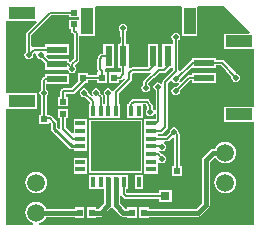
<source format=gbl>
%FSAX24Y24*%
%MOIN*%
G70*
G01*
G75*
G04 Layer_Physical_Order=2*
G04 Layer_Color=16711680*
%ADD10R,0.0866X0.0394*%
%ADD11R,0.0669X0.0236*%
%ADD12R,0.0236X0.0197*%
%ADD13R,0.0630X0.0551*%
%ADD14R,0.0169X0.0433*%
%ADD15R,0.0197X0.0217*%
%ADD16R,0.0354X0.0472*%
%ADD17R,0.0787X0.0236*%
%ADD18C,0.0080*%
%ADD19C,0.0400*%
%ADD20C,0.0160*%
%ADD21C,0.0598*%
%ADD22C,0.0181*%
%ADD23R,0.0236X0.0669*%
%ADD24R,0.0394X0.0866*%
%ADD25R,0.0217X0.0197*%
%ADD26R,0.0197X0.0236*%
%ADD27R,0.0315X0.0295*%
%ADD28R,0.1654X0.1654*%
%ADD29R,0.0335X0.0157*%
%ADD30R,0.0157X0.0335*%
%ADD31C,0.0100*%
G36*
X012181Y017010D02*
X012535D01*
Y016933D01*
X012181D01*
Y016616D01*
X012266D01*
Y016568D01*
X012273Y016533D01*
X012293Y016503D01*
X012357Y016439D01*
Y015638D01*
X012244Y015525D01*
X012205Y015537D01*
X012195Y015545D01*
Y015620D01*
X011511D01*
X011425Y015706D01*
X011446Y015756D01*
X012195D01*
Y016112D01*
X011405D01*
Y016027D01*
X011034D01*
X010999Y016020D01*
X010993Y016016D01*
X010943Y016043D01*
Y016412D01*
X011606Y017075D01*
X012181D01*
Y017010D01*
D02*
G37*
G36*
X018229Y016516D02*
X018210Y016469D01*
X017368D01*
Y015956D01*
X018354D01*
X018377Y015915D01*
Y014069D01*
X018354Y014029D01*
X018327Y014029D01*
X017368D01*
Y013515D01*
X018327D01*
X018354Y013515D01*
X018377Y013474D01*
D01*
Y010103D01*
X011205D01*
X011194Y010150D01*
X011281Y010186D01*
X011356Y010244D01*
X011414Y010319D01*
X011433Y010366D01*
X012395D01*
Y010322D01*
X012712D01*
Y010678D01*
X012395D01*
Y010634D01*
X011433D01*
X011414Y010681D01*
X011356Y010756D01*
X011281Y010814D01*
X011194Y010850D01*
X011100Y010862D01*
X011006Y010850D01*
X010919Y010814D01*
X010844Y010756D01*
X010786Y010681D01*
X010750Y010594D01*
X010738Y010500D01*
X010750Y010406D01*
X010786Y010319D01*
X010844Y010244D01*
X010919Y010186D01*
X011006Y010150D01*
X010995Y010103D01*
X010103D01*
Y013947D01*
X010146Y013965D01*
X010153Y013965D01*
X011132D01*
Y014478D01*
X010153D01*
X010146Y014479D01*
X010103Y014497D01*
Y016880D01*
X010146Y016898D01*
X010146Y016898D01*
Y016898D01*
X010146Y016898D01*
X011096D01*
X011117Y016848D01*
X010784Y016516D01*
X010764Y016486D01*
X010757Y016450D01*
Y015858D01*
X010748Y015852D01*
X010717Y015805D01*
X010706Y015750D01*
X010717Y015695D01*
X010748Y015648D01*
X010795Y015617D01*
X010850Y015606D01*
X010905Y015617D01*
X010952Y015648D01*
X010983Y015695D01*
X010994Y015750D01*
X010992Y015761D01*
X011044Y015813D01*
X011070Y015809D01*
X011107Y015757D01*
X011106Y015750D01*
X011117Y015695D01*
X011148Y015648D01*
X011195Y015617D01*
X011250Y015606D01*
X011261Y015608D01*
X011405Y015463D01*
Y015264D01*
X012163D01*
X012167Y015245D01*
X012198Y015198D01*
X012245Y015167D01*
X012300Y015156D01*
X012355Y015167D01*
X012402Y015198D01*
X012433Y015245D01*
X012444Y015300D01*
X012433Y015355D01*
X012402Y015402D01*
X012427Y015446D01*
X012516Y015534D01*
X012526Y015549D01*
X012536Y015564D01*
X012543Y015600D01*
Y016378D01*
X013048D01*
Y017347D01*
X013049Y017364D01*
X013085Y017397D01*
X013085Y017397D01*
X015923D01*
X015960Y017364D01*
X015960Y017347D01*
Y016378D01*
X016474D01*
Y017347D01*
X016474Y017364D01*
X016510Y017397D01*
X016510Y017397D01*
X017347D01*
X018229Y016516D01*
D02*
G37*
%LPC*%
G36*
X014664Y011755D02*
X014387D01*
Y011300D01*
X014664D01*
Y011755D01*
D02*
G37*
G36*
X012804Y012336D02*
X012349D01*
Y012058D01*
Y011802D01*
X012804D01*
Y012058D01*
Y012336D01*
D02*
G37*
G36*
X017400Y011862D02*
X017306Y011850D01*
X017219Y011814D01*
X017144Y011756D01*
X017086Y011681D01*
X017050Y011594D01*
X017038Y011500D01*
X017050Y011406D01*
X017086Y011319D01*
X017144Y011244D01*
X017219Y011186D01*
X017306Y011150D01*
X017400Y011138D01*
X017494Y011150D01*
X017581Y011186D01*
X017656Y011244D01*
X017714Y011319D01*
X017750Y011406D01*
X017762Y011500D01*
X017750Y011594D01*
X017714Y011681D01*
X017656Y011756D01*
X017581Y011814D01*
X017494Y011850D01*
X017400Y011862D01*
D02*
G37*
G36*
X014152Y011755D02*
X012851D01*
Y011300D01*
X013366D01*
Y010805D01*
X013195Y010634D01*
X013105D01*
Y010678D01*
X012788D01*
Y010322D01*
X013105D01*
Y010366D01*
X013250D01*
X013293Y010375D01*
X013301Y010377D01*
X013344Y010406D01*
X013594Y010656D01*
X013595Y010656D01*
X013655Y010656D01*
X013656Y010656D01*
X013906Y010406D01*
X013935Y010386D01*
X013949Y010377D01*
X014000Y010366D01*
X014145D01*
Y010322D01*
X014462D01*
Y010678D01*
X014145D01*
Y010634D01*
X014055D01*
X013884Y010805D01*
Y011067D01*
X013894Y011071D01*
X013934Y011076D01*
X013948Y011054D01*
X014018Y010984D01*
X014048Y010964D01*
X014083Y010957D01*
X015187D01*
Y010842D01*
X015622D01*
Y011258D01*
X015187D01*
Y011143D01*
X014122D01*
X014106Y011158D01*
Y011300D01*
X014152D01*
Y011755D01*
D02*
G37*
G36*
X011100Y011862D02*
X011006Y011850D01*
X010919Y011814D01*
X010844Y011756D01*
X010786Y011681D01*
X010750Y011594D01*
X010738Y011500D01*
X010750Y011406D01*
X010786Y011319D01*
X010844Y011244D01*
X010919Y011186D01*
X011006Y011150D01*
X011100Y011138D01*
X011194Y011150D01*
X011281Y011186D01*
X011356Y011244D01*
X011414Y011319D01*
X011450Y011406D01*
X011462Y011500D01*
X011450Y011594D01*
X011414Y011681D01*
X011356Y011756D01*
X011281Y011814D01*
X011194Y011850D01*
X011100Y011862D01*
D02*
G37*
G36*
X014000Y016794D02*
X013945Y016783D01*
X013898Y016752D01*
X013867Y016705D01*
X013856Y016650D01*
X013867Y016595D01*
X013898Y016548D01*
X013908Y016541D01*
X013913Y016140D01*
X013877Y016105D01*
X013834D01*
Y015315D01*
X013919D01*
Y015185D01*
X013905Y015175D01*
X013855Y015178D01*
Y015178D01*
X013538D01*
Y014822D01*
X013855D01*
Y014907D01*
X013900D01*
X013936Y014914D01*
X013966Y014934D01*
X014024Y014993D01*
X014078Y014976D01*
X014081Y014962D01*
X013692Y014573D01*
X013683Y014560D01*
X013662Y014558D01*
X013629Y014562D01*
X013602Y014602D01*
X013555Y014633D01*
X013500Y014644D01*
X013445Y014633D01*
X013398Y014602D01*
X013367Y014555D01*
X013356Y014500D01*
X013367Y014445D01*
X013398Y014398D01*
X013409Y014391D01*
Y014117D01*
X013339D01*
Y014354D01*
X013332Y014390D01*
X013322Y014405D01*
X013312Y014420D01*
X013242Y014489D01*
X013244Y014500D01*
X013233Y014555D01*
X013202Y014602D01*
X013155Y014633D01*
X013100Y014644D01*
X013045Y014633D01*
X012998Y014602D01*
X012967Y014555D01*
X012956Y014500D01*
X012967Y014445D01*
X012983Y014421D01*
X012983Y014421D01*
X012986Y014416D01*
X012986Y014416D01*
X012986Y014416D01*
X012985Y014416D01*
X012985Y014415D01*
X012955Y014390D01*
X012955Y014390D01*
X012947Y014384D01*
X012842Y014489D01*
X012844Y014500D01*
X012833Y014555D01*
X012802Y014602D01*
X012755Y014633D01*
X012700Y014644D01*
X012645Y014633D01*
X012598Y014602D01*
X012567Y014555D01*
X012556Y014500D01*
X012567Y014445D01*
X012598Y014398D01*
X012645Y014367D01*
X012700Y014356D01*
X012711Y014358D01*
X012897Y014172D01*
Y014117D01*
X012851D01*
Y013663D01*
X013896D01*
Y014117D01*
X013851D01*
Y014469D01*
X014266Y014884D01*
X014286Y014914D01*
X014293Y014950D01*
Y015112D01*
X014338Y015157D01*
X014850D01*
X014886Y015164D01*
X014898Y015173D01*
X014929Y015133D01*
X014688Y014919D01*
X014687Y014917D01*
X014684Y014916D01*
X014676Y014903D01*
X014667Y014890D01*
X014666Y014888D01*
X014664Y014886D01*
X014661Y014870D01*
X014657Y014855D01*
X014658Y014853D01*
X014657Y014850D01*
Y014758D01*
X014648Y014752D01*
X014617Y014705D01*
X014606Y014650D01*
X014617Y014595D01*
X014648Y014548D01*
X014695Y014517D01*
X014750Y014506D01*
X014805Y014517D01*
X014852Y014548D01*
X014883Y014595D01*
X014894Y014650D01*
X014883Y014705D01*
X014852Y014752D01*
X014843Y014758D01*
Y014808D01*
X015235Y015157D01*
X015350D01*
X015386Y015164D01*
X015416Y015184D01*
X015547Y015315D01*
X015657D01*
Y015245D01*
X015334Y014922D01*
X015314Y014892D01*
X015307Y014857D01*
Y014809D01*
X015257Y014794D01*
X015252Y014802D01*
X015205Y014833D01*
X015150Y014844D01*
X015095Y014833D01*
X015048Y014802D01*
X015017Y014755D01*
X015006Y014700D01*
X015017Y014645D01*
X015048Y014598D01*
X015084Y014574D01*
Y013907D01*
X015034Y013902D01*
X015033Y013905D01*
X015002Y013952D01*
X014993Y013958D01*
Y014050D01*
X014991Y014059D01*
X014991Y014068D01*
X014988Y014076D01*
X014986Y014086D01*
X014981Y014093D01*
X014977Y014101D01*
X014877Y014251D01*
X014871Y014258D01*
X014866Y014266D01*
X014858Y014271D01*
X014852Y014277D01*
X014843Y014281D01*
X014836Y014286D01*
X014827Y014287D01*
X014818Y014291D01*
X014809Y014291D01*
X014800Y014293D01*
X014350D01*
X014314Y014286D01*
X014299Y014276D01*
X014284Y014266D01*
X014204Y014186D01*
X014184Y014156D01*
X014177Y014120D01*
Y014117D01*
X014131D01*
Y013663D01*
X014664D01*
Y014107D01*
X014750D01*
X014807Y014022D01*
Y013958D01*
X014798Y013952D01*
X014767Y013905D01*
X014756Y013850D01*
X014767Y013795D01*
X014798Y013748D01*
X014845Y013717D01*
X014900Y013706D01*
X014955Y013717D01*
X015002Y013748D01*
X015033Y013795D01*
X015034Y013798D01*
X015084Y013793D01*
Y013615D01*
X014712D01*
Y013338D01*
Y013082D01*
Y012826D01*
Y012570D01*
Y012314D01*
Y012058D01*
Y011802D01*
X015166D01*
Y012058D01*
Y012162D01*
X015216Y012186D01*
X015245Y012167D01*
X015300Y012156D01*
X015355Y012167D01*
X015402Y012198D01*
X015433Y012245D01*
X015444Y012300D01*
X015433Y012355D01*
X015402Y012402D01*
X015355Y012433D01*
X015300Y012444D01*
X015289Y012442D01*
X015213Y012519D01*
X015201Y012526D01*
X015198Y012536D01*
X015198Y012538D01*
X015238Y012562D01*
X015252Y012565D01*
X015300Y012556D01*
X015355Y012567D01*
X015402Y012598D01*
X015433Y012645D01*
X015444Y012700D01*
X015433Y012755D01*
X015402Y012802D01*
X015372Y012822D01*
X015387Y012872D01*
X015465D01*
X015500Y012879D01*
X015530Y012899D01*
X015651Y013019D01*
X015701Y012999D01*
Y012068D01*
X015635D01*
Y011732D01*
X015952D01*
Y012068D01*
X015886D01*
Y013107D01*
X015879Y013142D01*
X015869Y013157D01*
X015859Y013172D01*
X015842Y013189D01*
X015844Y013200D01*
X015833Y013255D01*
X015802Y013302D01*
X015755Y013333D01*
X015700Y013344D01*
X015645Y013333D01*
X015598Y013302D01*
X015567Y013255D01*
X015556Y013200D01*
X015558Y013189D01*
X015426Y013058D01*
X015166D01*
Y013082D01*
Y013128D01*
X015271D01*
X015306Y013135D01*
X015336Y013155D01*
X015466Y013284D01*
X015476Y013299D01*
X015486Y013314D01*
X015493Y013350D01*
Y014818D01*
X015570Y014895D01*
X015626Y014881D01*
X015648Y014848D01*
X015695Y014817D01*
X015750Y014806D01*
X015805Y014817D01*
X015829Y014833D01*
D01*
X015834Y014836D01*
X015834Y014836D01*
X015834Y014836D01*
X015834Y014835D01*
X015835Y014835D01*
X015860Y014805D01*
X015860Y014805D01*
X015866Y014797D01*
X015761Y014692D01*
X015750Y014694D01*
X015695Y014683D01*
X015648Y014652D01*
X015617Y014605D01*
X015606Y014550D01*
X015617Y014495D01*
X015648Y014448D01*
X015695Y014417D01*
X015750Y014406D01*
X015805Y014417D01*
X015852Y014448D01*
X015883Y014495D01*
X015894Y014550D01*
X015892Y014561D01*
X016238Y014907D01*
X016305D01*
Y014814D01*
X017095D01*
Y015170D01*
X016305D01*
Y015093D01*
X016200D01*
X016164Y015086D01*
X016149Y015076D01*
X016134Y015066D01*
X015903Y014834D01*
X015895Y014840D01*
X015895Y014840D01*
X015865Y014865D01*
X015865Y014866D01*
X015864Y014866D01*
X015864Y014866D01*
X015864Y014866D01*
X015867Y014871D01*
X015867D01*
X015883Y014895D01*
X015894Y014950D01*
X015892Y014960D01*
X016261Y015322D01*
X016305Y015306D01*
Y015306D01*
X016305Y015306D01*
X017095D01*
Y015407D01*
X017268D01*
X017610Y015019D01*
X017606Y015000D01*
X017617Y014945D01*
X017648Y014898D01*
X017695Y014867D01*
X017750Y014856D01*
X017805Y014867D01*
X017852Y014898D01*
X017883Y014945D01*
X017894Y015000D01*
X017883Y015055D01*
X017852Y015102D01*
X017805Y015133D01*
X017750Y015144D01*
X017747Y015144D01*
X017380Y015561D01*
X017377Y015563D01*
X017376Y015566D01*
X017363Y015574D01*
X017351Y015583D01*
X017348Y015584D01*
X017346Y015586D01*
X017331Y015589D01*
X017316Y015593D01*
X017313Y015592D01*
X017310Y015593D01*
X017095D01*
Y015662D01*
X016305D01*
Y015595D01*
X016297Y015593D01*
X016279Y015590D01*
X016249Y015570D01*
X015893Y015220D01*
X015843Y015241D01*
Y016242D01*
X015852Y016248D01*
X015883Y016295D01*
X015894Y016350D01*
X015883Y016405D01*
X015852Y016452D01*
X015805Y016483D01*
X015750Y016494D01*
X015695Y016483D01*
X015648Y016452D01*
X015617Y016405D01*
X015606Y016350D01*
X015617Y016295D01*
X015648Y016248D01*
X015657Y016242D01*
Y016105D01*
X015310D01*
Y015343D01*
X015200D01*
X015174Y015388D01*
Y016105D01*
X014818D01*
Y015349D01*
X014812Y015343D01*
X014300D01*
X014264Y015336D01*
X014249Y015326D01*
X014240Y015320D01*
X014218Y015325D01*
X014212Y015329D01*
X014212Y015329D01*
X014196Y015339D01*
X014194Y015340D01*
X014193Y015340D01*
X014191Y015342D01*
X014190Y015342D01*
Y015345D01*
X014190Y015354D01*
X014190D01*
X014190Y015354D01*
Y016105D01*
X014099D01*
X014094Y016543D01*
X014102Y016548D01*
X014133Y016595D01*
X014144Y016650D01*
X014133Y016705D01*
X014102Y016752D01*
X014055Y016783D01*
X014000Y016794D01*
D02*
G37*
G36*
X013698Y016105D02*
X013342D01*
Y015803D01*
X013310D01*
X013274Y015796D01*
X013259Y015786D01*
X013244Y015776D01*
X013168Y015699D01*
X013148Y015669D01*
X013141Y015633D01*
Y015300D01*
X013148Y015264D01*
X013168Y015234D01*
X013174Y015228D01*
X013153Y015178D01*
X013145D01*
Y015093D01*
X012818D01*
Y015152D01*
X012482D01*
Y014846D01*
X012279Y014643D01*
X012000D01*
X011964Y014636D01*
X011934Y014616D01*
X011914Y014586D01*
X011907Y014550D01*
Y014355D01*
X011822D01*
Y014038D01*
X012178D01*
Y014355D01*
X012093D01*
Y014457D01*
X012317D01*
X012353Y014464D01*
X012383Y014484D01*
X012716Y014817D01*
X012726Y014832D01*
X012727Y014835D01*
X012818D01*
Y014907D01*
X013145D01*
Y014822D01*
X013462D01*
Y015178D01*
X013396D01*
Y015230D01*
X013389Y015266D01*
X013416Y015315D01*
X013698D01*
Y016105D01*
D02*
G37*
G36*
X012195Y015128D02*
X011405D01*
Y015043D01*
X011401D01*
X011365Y015036D01*
X011350Y015026D01*
X011335Y015016D01*
X011284Y014965D01*
X011264Y014935D01*
X011257Y014899D01*
Y014608D01*
X011248Y014602D01*
X011217Y014555D01*
X011206Y014500D01*
X011217Y014445D01*
X011248Y014398D01*
X011267Y014385D01*
Y013765D01*
X011182D01*
Y013448D01*
X011518D01*
Y013482D01*
X011562Y013500D01*
X011597Y013472D01*
Y013300D01*
X011605Y013261D01*
X011627Y013227D01*
X012218Y012636D01*
X012252Y012614D01*
X012291Y012606D01*
X012349D01*
Y012570D01*
X012804D01*
Y012826D01*
Y013082D01*
Y013338D01*
Y013615D01*
X012349D01*
Y013338D01*
Y013153D01*
X012299Y013132D01*
X012093Y013338D01*
Y013645D01*
X012178D01*
Y013962D01*
X011822D01*
Y013645D01*
X011907D01*
Y013309D01*
X011885Y013294D01*
X011859Y013287D01*
X011803Y013343D01*
Y013500D01*
X011795Y013539D01*
X011773Y013573D01*
X011739Y013595D01*
X011735Y013596D01*
X011616Y013716D01*
X011586Y013736D01*
X011550Y013743D01*
X011518D01*
Y013765D01*
X011453D01*
Y014399D01*
X011483Y014445D01*
X011494Y014500D01*
X011483Y014555D01*
X011452Y014602D01*
X011443Y014608D01*
Y014772D01*
X012195D01*
Y015128D01*
D02*
G37*
G36*
X014644Y013596D02*
X012871D01*
Y011822D01*
X014644D01*
Y013596D01*
D02*
G37*
G36*
X017400Y012862D02*
X017306Y012850D01*
X017219Y012814D01*
X017144Y012756D01*
X017086Y012681D01*
X017067Y012634D01*
X017000D01*
X016949Y012623D01*
X016935Y012614D01*
X016906Y012594D01*
X016656Y012344D01*
X016627Y012301D01*
X016625Y012293D01*
X016616Y012250D01*
Y010805D01*
X016445Y010634D01*
X014855D01*
Y010678D01*
X014538D01*
Y010322D01*
X014855D01*
Y010366D01*
X016500D01*
X016543Y010375D01*
X016551Y010377D01*
X016594Y010406D01*
X016844Y010656D01*
X016864Y010685D01*
X016873Y010699D01*
X016884Y010750D01*
Y012195D01*
X017025Y012336D01*
X017084Y012324D01*
X017086Y012319D01*
X017144Y012244D01*
X017219Y012186D01*
X017306Y012150D01*
X017400Y012138D01*
X017494Y012150D01*
X017581Y012186D01*
X017656Y012244D01*
X017714Y012319D01*
X017750Y012406D01*
X017762Y012500D01*
X017750Y012594D01*
X017714Y012681D01*
X017656Y012756D01*
X017581Y012814D01*
X017494Y012850D01*
X017400Y012862D01*
D02*
G37*
%LPD*%
D10*
X010639Y014222D02*
D03*
Y017155D02*
D03*
X017861Y013772D02*
D03*
Y016213D02*
D03*
D11*
X011800Y014950D02*
D03*
Y015934D02*
D03*
Y015442D02*
D03*
Y016426D02*
D03*
X016700Y014992D02*
D03*
Y014500D02*
D03*
Y015484D02*
D03*
D12*
X012359Y017168D02*
D03*
Y016774D02*
D03*
X012000Y013803D02*
D03*
Y014197D02*
D03*
D15*
X016207Y011900D02*
D03*
X015793D02*
D03*
D18*
X011401Y014950D02*
X011800D01*
X011350Y014899D02*
X011401Y014950D01*
X011350Y014500D02*
Y014899D01*
X010850Y015750D02*
X011034Y015934D01*
X011800D01*
X011250Y015750D02*
X011558Y015442D01*
X011800D01*
X012158D02*
X012300Y015300D01*
X011800Y015442D02*
X012158D01*
X012000Y014550D02*
X012317D01*
X012650Y014883D01*
Y014993D01*
X011360Y013650D02*
X011550D01*
X011350Y013660D02*
X011360Y013650D01*
X011350Y014500D02*
X011360D01*
X014000Y016650D02*
X014010Y015710D01*
X017310Y015500D02*
X017750Y015000D01*
X015750Y014550D02*
X016200Y015000D01*
X016700D01*
X012000Y014260D02*
Y014550D01*
X015000Y015400D02*
Y015710D01*
X014850Y015250D02*
X015000Y015400D01*
X014300Y015250D02*
X014850D01*
X014200Y015150D02*
X014300Y015250D01*
X014200Y014950D02*
Y015150D01*
X013758Y014508D02*
X014200Y014950D01*
X014750Y014650D02*
Y014850D01*
X015200Y015250D01*
X014270Y013890D02*
Y014120D01*
X014350Y014200D01*
X014800D01*
X014900Y014050D01*
Y013850D02*
Y014050D01*
X012000Y013300D02*
Y013750D01*
X011550Y013650D02*
X011700Y013500D01*
X012000Y013300D02*
X012335Y012965D01*
X012577D01*
X012990Y013890D02*
Y014210D01*
X012700Y014500D02*
X012990Y014210D01*
X013246Y013890D02*
Y014354D01*
X013100Y014500D02*
X013246Y014354D01*
X013502Y013890D02*
Y014498D01*
X013500Y014500D02*
X013502Y014498D01*
X014010Y011528D02*
Y011610D01*
X014950Y011360D02*
Y011650D01*
X014828Y011238D02*
X014950Y011360D01*
X014300Y011238D02*
X014828D01*
X014270Y011268D02*
X014300Y011238D01*
X014270Y011268D02*
Y011528D01*
X014939Y012965D02*
X015465D01*
X015700Y013200D01*
X015793Y013107D01*
Y011900D02*
Y013107D01*
X015750Y011900D02*
X015750Y011901D01*
X014939Y012709D02*
X015291D01*
X015300Y012700D01*
X014939Y012453D02*
X015147D01*
X015300Y012300D01*
X013758Y013890D02*
Y014508D01*
X014012Y015112D02*
Y015710D01*
X013900Y015000D02*
X014012Y015112D01*
X013756Y015000D02*
X013900D01*
X014010Y015710D02*
Y015970D01*
X013310Y015710D02*
X013520D01*
X013233Y015633D02*
X013310Y015710D01*
X015750Y015207D02*
Y016350D01*
X015400Y014857D02*
X015750Y015207D01*
X014939Y013221D02*
X015271D01*
X015400Y013350D01*
Y014857D01*
X015150Y014700D02*
X015177Y014673D01*
X014939Y013477D02*
X015103D01*
X015177Y013550D01*
Y014673D01*
X011360Y013650D02*
Y014500D01*
X012650Y014993D02*
X012657Y015000D01*
X013303D01*
Y015230D01*
X013233Y015300D02*
X013303Y015230D01*
X013233Y015300D02*
Y015633D01*
X012300Y015300D02*
Y015450D01*
X012450Y015600D01*
X010850Y015750D02*
Y016450D01*
X014014Y011120D02*
Y011528D01*
Y011120D02*
X014083Y011050D01*
X015405D01*
X016700Y015500D02*
X017310D01*
X015750Y014950D02*
X016314Y015503D01*
X016700Y015500D01*
X015200Y015250D02*
X015350D01*
X015489Y015388D02*
Y015710D01*
X015350Y015250D02*
X015489Y015388D01*
X011568Y017168D02*
X012359D01*
X010850Y016450D02*
X011568Y017168D01*
X012359Y016568D02*
Y016774D01*
Y016568D02*
X012450Y016477D01*
Y015600D02*
Y016477D01*
D20*
X011100Y010500D02*
X012500D01*
X016500D02*
X016750Y010750D01*
Y012250D01*
X017000Y012500D01*
X017400D01*
X014760Y010500D02*
X016500D01*
X013010D02*
X013250D01*
X013500Y010750D01*
Y011360D01*
Y011610D01*
X014000Y010500D02*
X014250D01*
X013750Y010750D02*
X014000Y010500D01*
X013750Y010750D02*
Y011610D01*
D21*
X011100Y010500D02*
D03*
Y011500D02*
D03*
Y012500D02*
D03*
X017400Y010500D02*
D03*
Y011500D02*
D03*
Y012500D02*
D03*
D22*
X016682Y015949D02*
D03*
X015000Y010859D02*
D03*
X013092Y011009D02*
D03*
X011731Y014641D02*
D03*
X011350Y014500D02*
D03*
X014000Y016650D02*
D03*
X017750Y015000D02*
D03*
X015750Y014950D02*
D03*
X014950Y011650D02*
D03*
X017100Y016850D02*
D03*
X011000Y015000D02*
D03*
X010600Y016750D02*
D03*
X017300Y015000D02*
D03*
X012600Y011000D02*
D03*
X014350Y014700D02*
D03*
X012500Y014000D02*
D03*
X010750Y013750D02*
D03*
X017750Y013250D02*
D03*
X016300Y012550D02*
D03*
X010850Y015750D02*
D03*
X011250D02*
D03*
X012700Y014500D02*
D03*
X015750Y016350D02*
D03*
X015300Y012300D02*
D03*
X013100Y014500D02*
D03*
X015750Y014550D02*
D03*
X013500Y014500D02*
D03*
X014750Y014650D02*
D03*
X014900Y013850D02*
D03*
X015150Y014700D02*
D03*
X015700Y013200D02*
D03*
X015300Y012700D02*
D03*
X012300Y015300D02*
D03*
X011650Y016850D02*
D03*
D23*
X014996Y015710D02*
D03*
X014012D02*
D03*
X014504D02*
D03*
X013520D02*
D03*
X015489D02*
D03*
D24*
X012792Y016871D02*
D03*
X016217D02*
D03*
D25*
X012650Y015407D02*
D03*
Y014993D02*
D03*
X011350Y013193D02*
D03*
Y013607D02*
D03*
D26*
X014303Y010500D02*
D03*
X014697D02*
D03*
X013697Y015000D02*
D03*
X013303D02*
D03*
X012553Y010500D02*
D03*
X012947D02*
D03*
D27*
X015995Y011050D02*
D03*
X015405D02*
D03*
D28*
X013758Y012709D02*
D03*
D29*
X012577Y013477D02*
D03*
Y013221D02*
D03*
Y012965D02*
D03*
Y012709D02*
D03*
Y012453D02*
D03*
Y012197D02*
D03*
Y011941D02*
D03*
X014939Y013477D02*
D03*
Y013221D02*
D03*
Y012965D02*
D03*
Y012709D02*
D03*
Y012453D02*
D03*
Y012197D02*
D03*
Y011941D02*
D03*
D30*
X014525Y013890D02*
D03*
X014270D02*
D03*
X014014D02*
D03*
X013758D02*
D03*
X013502D02*
D03*
X013246D02*
D03*
X012990D02*
D03*
Y011528D02*
D03*
X013246D02*
D03*
X013502D02*
D03*
X013758D02*
D03*
X014014D02*
D03*
X014270D02*
D03*
X014525D02*
D03*
D31*
X012291Y012709D02*
X012577D01*
X011700Y013300D02*
X012291Y012709D01*
X011700Y013300D02*
Y013500D01*
M02*

</source>
